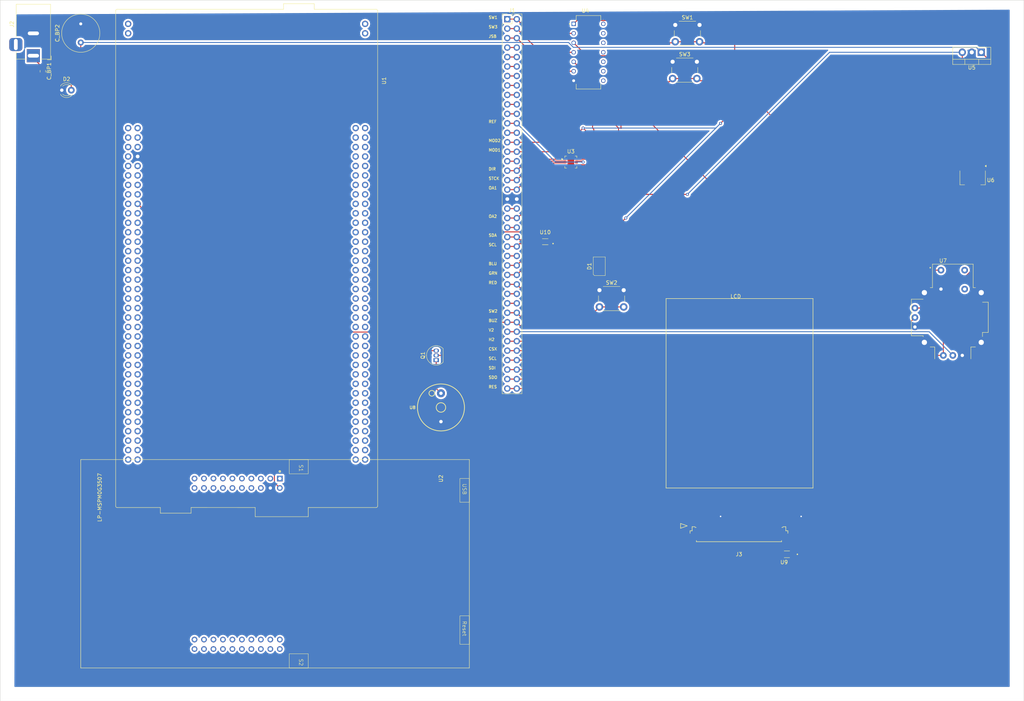
<source format=kicad_pcb>
(kicad_pcb (version 20241229) (generator "pcbnew") (generator_version "9.0")
  (title_block (title "Pedagogical PCB") (date "2025-09-22"))
  (layers (0 "F.Cu" signal) (2 "B.Cu" signal) (13 "F.Paste" user) (15 "B.Paste" user) (5 "F.SilkS" user "F.Silkscreen") (7 "B.SilkS" user "B.Silkscreen") (1 "F.Mask" user) (3 "B.Mask" user) (25 "Edge.Cuts" user))
  (net 0 "")
  (net 8 "Net-(J1-Pin_29)")
  (net 118 "Net-(J1-Pin_11)")
  (net 119 "Net-(J1-Pin_31)")
  (net 120 "Net-(J1-Pin_17)")
  (net 121 "Net-(J1-Pin_33)")
  (net 122 "Net-(U4-2A)")
  (net 123 "Net-(J1-Pin_19)")
  (net 124 "Net-(J1-Pin_13)")
  (net 125 "Net-(J1-Pin_35)")
  (net 126 "Net-(J1-Pin_37)")
  (net 127 "Net-(J1-Pin_21)")
  (net 128 "Net-(J1-Pin_23)")
  (net 129 "Net-(J1-Pin_25)")
  (net 130 "Net-(J1-Pin_5)")
  (net 131 "Net-(J1-Pin_10)")
  (net 132 "Net-(J1-Pin_15)")
  (net 133 "Net-(J1-Pin_7)")
  (net 135 "Net-(U3-SENSEA)")
  (net 136 "Net-(U3-SENSEB)")
  (net 137 "Net-(U4-3A)")
  (net 138 "Net-(U3-TOFF)")
  (net 139 "Net-(D2-A)")
  (net 140 "Net-(U3-STBY{slash}RESET)")
  (net 141 "/Button No Debouning")
  (net 142 "/Button1 Input")
  (net 143 "+5V")
  (net 144 "/Button2 Input")
  (net 145 "Net-(U3-EN{slash}FLT)")
  (net 146 "Net-(U7-SEL+)")
  (net 147 "Net-(J1-Pin_27)")
  (net 149 "Net-(J1-Pin_45)")
  (net 150 "Net-(J1-Pin_59)")
  (net 151 "Net-(J1-Pin_69)")
  (net 152 "Net-(J1-Pin_71)")
  (net 153 "Net-(J1-Pin_57)")
  (net 154 "Net-(J1-Pin_53)")
  (net 155 "Net-(J1-Pin_51)")
  (net 156 "Net-(J1-Pin_49)")
  (net 157 "Net-(J1-Pin_67)")
  (net 158 "Net-(J1-Pin_77)")
  (net 159 "Net-(J1-Pin_79)")
  (net 160 "Net-(J1-Pin_73)")
  (net 161 "Net-(J1-Pin_75)")
  (net 162 "Net-(J1-Pin_65)")
  (net 163 "Net-(J1-Pin_47)")
  (net 164 "Net-(J1-Pin_41)")
  (net 165 "Net-(J1-Pin_43)")
  (net 166 "Net-(J1-Pin_55)")
  (net 167 "+12V")
  (net 168 "GNDREF")
  (net 169 "Net-(J1-Pin_1)")
  (net 170 "Net-(J1-Pin_3)")
  (net 171 "VDD")
  (net 172 "Net-(D1-GK)")
  (net 173 "Net-(D1-RK)")
  (net 174 "Net-(D1-BK)")
  (net 175 "Net-(C_EN1-Pad1)")
  (net 180 "Net-(U4-1A)")
  (net 196 "Net-(U9-OUT)")
  (net 197 "BuzzerGPIO")
  (net 198 "Net-(Q1-S)")
  (net 199 "Net-(Q1-G)")
  (footprint "WST-1205S.step:WST-1205S" (layer "F.Cu") (at 129.54 120.64 90)
    (property "Reference" "U8")
    (property "Value" "WST-1205S")
  )
  (footprint "Resistor_SMD:R_0201_0603Metric" (layer "F.Cu") (at 172.375 50.8)
    (property "Reference" "R_COFF1" (hide yes))
    (property "Value" "1kOhm" (hide yes))
  )
  (footprint "Capacitor_SMD:C_0201_0603Metric" (layer "F.Cu") (at 186.334436 28.23)
    (property "Reference" "CSW3" (hide yes))
    (property "Value" "0.47uF" (hide yes))
  )
  (footprint "Capacitor_SMD:C_0201_0603Metric" (layer "F.Cu") (at 170.18 40.985 90)
    (property "Reference" "C_EN2" (hide yes))
    (property "Value" "7.937nF" (hide yes))
  )
  (footprint "Capacitor_SMD:C_0201_0603Metric" (layer "F.Cu") (at 162.88 40.64)
    (property "Reference" "C_STBY1" (hide yes))
    (property "Value" "0.7937nF" (hide yes))
  )
  (footprint "Capacitor_SMD:C_0201_0603Metric" (layer "F.Cu") (at 165.1 58.42)
    (property "Reference" "C_SPOIL1" (hide yes))
    (property "Value" "6.875 uF" (hide yes))
  )
  (footprint "Resistor_SMD:R_0201_0603Metric" (layer "F.Cu") (at 139.355 107.95)
    (property "Reference" "R_BUZ2" (hide yes))
    (property "Value" "100kR")
  )
  (footprint "ECE319K:ti_LP_MSPM0G3507" (layer "F.Cu") (at 83.82 162.56 -90)
    (property "Reference" "U2")
    (property "Value" "LP-MSPM0G3507")
  )
  (footprint "Resistor_SMD:R_0201_0603Metric" (layer "F.Cu") (at 177.8 40.64)
    (property "Reference" "RJS1" (hide yes))
    (property "Value" "10 kOhm" (hide yes))
  )
  (footprint "Resistor_SMD:R_0201_0603Metric" (layer "F.Cu") (at 162.56 96.52 -90)
    (property "Reference" "PullUpResistor2" (hide yes))
    (property "Value" "10 kOhm" (hide yes))
  )
  (footprint "Resistor_SMD:R_0201_0603Metric" (layer "F.Cu") (at 170.18 55.88 -90)
    (property "Reference" "R_SNSB1" (hide yes))
    (property "Value" "330 mOhm" (hide yes))
  )
  (footprint "Resistor_SMD:R_0201_0603Metric" (layer "F.Cu") (at 165.1 78.74)
    (property "Reference" "R_COFF4" (hide yes))
    (property "Value" "100Ohm")
  )
  (footprint "Resistor_SMD:R_0201_0603Metric" (layer "F.Cu") (at 187.615 22.86)
    (property "Reference" "RSW1" (hide yes))
    (property "Value" "10kOhm")
  )
  (footprint "Resistor_SMD:R_0201_0603Metric" (layer "F.Cu") (at 30.48 27.94 -90)
    (property "Reference" "R_INDC1" (hide yes))
    (property "Value" "5.5k ohm")
  )
  (footprint "Package_TO_SOT_THT:TO-92_Inline" (layer "F.Cu") (at 128.27 107.95 90)
    (property "Reference" "Q1")
    (property "Value" "2N7000")
  )
  (footprint "BH1750FVI-TR:XDCR_BH1750FVI-TR" (layer "F.Cu") (at 157.48 76.2 180)
    (property "Reference" "U10")
    (property "Value" "BH1750FVI-TR")
  )
  (footprint "Joystick:XDCR_COM-09032" (layer "F.Cu") (at 266.7 96.52)
    (property "Reference" "U7")
    (property "Value" "COM-09032")
  )
  (footprint "Resistor_SMD:R_0201_0603Metric" (layer "F.Cu") (at 175.26 53.34)
    (property "Reference" "R_OFF1" (hide yes))
    (property "Value" "47kOhm" (hide yes))
  )
  (footprint "Connector_PinHeader_2.54mm:PinHeader_2x40_P2.54mm_Vertical" (layer "F.Cu") (at 147.32 16.51)
    (property "Reference" "J1")
    (property "Value" "Conn_02x40_Counter_Clockwise")
  )
  (footprint "CorrectlLCDconnector:CON_512964594_MOL" (layer "F.Cu") (at 209.4 154.48)
    (property "Reference" "J3")
    (property "Value" "512964594")
  )
  (footprint "Capacitor_SMD:C_0805_2012Metric" (layer "F.Cu") (at 22.86 30.48 -90)
    (property "Reference" "C_BP1")
    (property "Value" "0.1 uf")
  )
  (footprint "Capacitor_THT:C_Radial_D10.0mm_H20.0mm_P5.00mm" (layer "F.Cu") (at 33.02 22.78 90)
    (property "Reference" "C_BP2")
    (property "Value" "47 uf")
  )
  (footprint "Button_Switch_THT:SW_PUSH_6mm_H7.3mm" (layer "F.Cu") (at 191.62 27.94)
    (property "Reference" "SW3")
    (property "Value" "SW_Push")
  )
  (footprint "Capacitor_SMD:C_0201_0603Metric" (layer "F.Cu") (at 164.755 60.96)
    (property "Reference" "C_s1" (hide yes))
    (property "Value" "0.6875 uF" (hide yes))
  )
  (footprint "LED_THT:LED_D3.0mm_FlatTop" (layer "F.Cu") (at 27.94 35.56)
    (property "Reference" "D2")
    (property "Value" "LED")
  )
  (footprint "Package_DFN_QFN:VQFN-16-1EP_3x3mm_P0.5mm_EP1.8x1.8mm" (layer "F.Cu") (at 164.35 54.8275)
    (property "Reference" "U3")
    (property "Value" "STSPIN220" (hide yes))
  )
  (footprint "LED_SMD:LED_Avago_PLCC4_3.2x2.8mm_CW" (layer "F.Cu") (at 171.97 82.78 90)
    (property "Reference" "D1")
    (property "Value" "ASMB-MTB1-0A3A2")
  )
  (footprint "Resistor_SMD:R_0201_0603Metric" (layer "F.Cu") (at 165.055 88.9)
    (property "Reference" "R_COFF2" (hide yes))
    (property "Value" "100Ohm")
  )
  (footprint "Button_Switch_THT:SW_PUSH_6mm_H7.3mm" (layer "F.Cu") (at 192.33 18.07)
    (property "Reference" "SW1")
    (property "Value" "SW_Push")
  )
  (footprint "Resistor_SMD:R_0201_0603Metric" (layer "F.Cu") (at 165.1 83.82)
    (property "Reference" "R_COFF3" (hide yes))
    (property "Value" "100Ohm")
  )
  (footprint "Capacitor_SMD:C_0201_0603Metric" (layer "F.Cu") (at 177.455 45.72 180)
    (property "Reference" "CJS1" (hide yes))
    (property "Value" "0.47 uF" (hide yes))
  )
  (footprint "Resistor_SMD:R_0201_0603Metric" (layer "F.Cu") (at 207.935 22.86)
    (property "Reference" "PullUpResistorSW1" (hide yes))
    (property "Value" "10kOhm" (hide yes))
  )
  (footprint "Capacitor_SMD:C_0201_0603Metric" (layer "F.Cu") (at 175.26 50.8)
    (property "Reference" "C_EN1" (hide yes))
    (property "Value" "22 nF" (hide yes))
  )
  (footprint "Resistor_SMD:R_0201_0603Metric" (layer "F.Cu") (at 157.48 58.42 -90)
    (property "Reference" "R_SNSA1" (hide yes))
    (property "Value" "330 mOhm" (hide yes))
  )
  (footprint "Package_TO_SOT_THT:TO-220-3_Vertical" (layer "F.Cu") (at 274.32 25.4 180)
    (property "Reference" "U5")
    (property "Value" "LM7805_TO220")
  )
  (footprint "Schmitt:DIP794W45P254L1969H508Q14" (layer "F.Cu") (at 169.07 25.4)
    (property "Reference" "U4")
    (property "Value" "SN74AHC14N")
  )
  (footprint "Module:ST_Morpho_Connector_144_STLink" (layer "F.Cu") (at 45.72 45.72)
    (property "Reference" "U1")
    (property "Value" "NUCLEO64-F411RE")
  )
  (footprint "Resistor_SMD:R_0201_0603Metric" (layer "F.Cu") (at 185.1 43.18)
    (property "Reference" "PullUpResistorJS1" (hide yes))
    (property "Value" "10 kOhm" (hide yes))
  )
  (footprint "Button_Switch_THT:SW_PUSH_6mm_H7.3mm" (layer "F.Cu") (at 172.01 89.19)
    (property "Reference" "SW2")
    (property "Value" "SW_Push")
  )
  (footprint "Resistor_SMD:R_0201_0603Metric" (layer "F.Cu") (at 208.28 33.02)
    (property "Reference" "PullUpResistorSW3" (hide yes))
    (property "Value" "10kOhm")
  )
  (footprint "Capacitor_SMD:C_0201_0603Metric" (layer "F.Cu") (at 187.96 17.78 180)
    (property "Reference" "CSW1" (hide yes))
    (property "Value" "0.47uF")
  )
  (footprint "Resistor_SMD:R_0201_0603Metric" (layer "F.Cu") (at 139.7 97.79 180)
    (property "Reference" "R_BUZ1" (hide yes))
    (property "Value" "100R")
  )
  (footprint "Connector_BarrelJack:BarrelJack_Horizontal" (layer "F.Cu") (at 20.32 26.32 -90)
    (property "Reference" "J2")
    (property "Value" "Barrel_Jack")
  )
  (footprint "Package_TO_SOT_SMD:SOT-223-3_TabPin2" (layer "F.Cu") (at 272.02 59.03 -90)
    (property "Reference" "U6")
    (property "Value" "TLV1117-33")
  )
  (footprint "Resistor_SMD:R_0201_0603Metric" (layer "F.Cu") (at 165.1 48.26 -90)
    (property "Reference" "R_STBY1" (hide yes))
    (property "Value" "18kOhm" (hide yes))
  )
  (footprint "Resistor_SMD:R_0201_0603Metric" (layer "F.Cu") (at 186.289436 33.31)
    (property "Reference" "RSW3" (hide yes))
    (property "Value" "10 kOhm" (hide yes))
  )
  (footprint "AL5809-20.step:SODFL3717X100N" (layer "F.Cu") (at 222.25 160.02 180)
    (property "Reference" "U9")
    (property "Value" "AL5809-20QP1-7")
  )
  (footprint "Resistor_SMD:R_0201_0603Metric" (layer "F.Cu") (at 170.18 48.26)
    (property "Reference" "R_EN1" (hide yes))
    (property "Value" "18kOhm" (hide yes))
  )
  (gr_line (start 189.865 142.24) (end 229.235 142.24) (stroke (width 0.15)) (layer "F.SilkS"))
  (gr_line (start 189.865 142.24) (end 189.865 91.44) (stroke (width 0.15)) (layer "F.SilkS"))
  (gr_line (start 189.865 91.44) (end 229.235 91.44) (stroke (width 0.15)) (layer "F.SilkS"))
  (gr_line (start 229.235 142.24) (end 229.235 91.44) (stroke (width 0.15)) (layer "F.SilkS"))
  (gr_rect (start 11.43 11.43) (end 285.75 199.39) (stroke (width 0.1)) (fill no) (layer "Edge.Cuts"))
  (gr_text "RED" (at 142.24 87.63 0) (layer "F.SilkS") (effects (font (size 0.762 0.762) (thickness 0.1524) (bold yes)) (justify left bottom)))
  (gr_text "V2" (at 142.24 100.33 0) (layer "F.SilkS") (effects (font (size 0.762 0.762) (thickness 0.1524) (bold yes)) (justify left bottom)))
  (gr_text "SW3" (at 142.24 19.05 0) (layer "F.SilkS") (effects (font (size 0.762 0.762) (thickness 0.1524) (bold yes)) (justify left bottom)))
  (gr_text "JSB" (at 142.24 21.59 0) (layer "F.SilkS") (effects (font (size 0.762 0.762) (thickness 0.1524) (bold yes)) (justify left bottom)))
  (gr_text "DIR" (at 142.24 57.15 0) (layer "F.SilkS") (effects (font (size 0.762 0.762) (thickness 0.1524) (bold yes)) (justify left bottom)))
  (gr_text "OA1" (at 142.24 62.23 0) (layer "F.SilkS") (effects (font (size 0.762 0.762) (thickness 0.1524) (bold yes)) (justify left bottom)))
  (gr_text "SDO" (at 142.24 113.03 0) (layer "F.SilkS") (effects (font (size 0.762 0.762) (thickness 0.1524) (bold yes)) (justify left bottom)))
  (gr_text "SDA" (at 142.24 74.93 0) (layer "F.SilkS") (effects (font (size 0.762 0.762) (thickness 0.1524) (bold yes)) (justify left bottom)))
  (gr_text "SCL" (at 142.24 107.95 0) (layer "F.SilkS") (effects (font (size 0.762 0.762) (thickness 0.1524) (bold yes)) (justify left bottom)))
  (gr_text "REF" (at 142.24 44.45 0) (layer "F.SilkS") (effects (font (size 0.762 0.762) (thickness 0.1524) (bold yes)) (justify left bottom)))
  (gr_text "CSX" (at 142.24 105.41 0) (layer "F.SilkS") (effects (font (size 0.762 0.762) (thickness 0.1524) (bold yes)) (justify left bottom)))
  (gr_text "SDI" (at 142.24 110.49 0) (layer "F.SilkS") (effects (font (size 0.762 0.762) (thickness 0.1524) (bold yes)) (justify left bottom)))
  (gr_text "H2" (at 142.24 102.87 0) (layer "F.SilkS") (effects (font (size 0.762 0.762) (thickness 0.1524) (bold yes)) (justify left bottom)))
  (gr_text "GRN" (at 142.24 85.09 0) (layer "F.SilkS") (effects (font (size 0.762 0.762) (thickness 0.1524) (bold yes)) (justify left bottom)))
  (gr_text "MOD1" (at 142.24 52.07 0) (layer "F.SilkS") (effects (font (size 0.762 0.762) (thickness 0.1524) (bold yes)) (justify left bottom)))
  (gr_text "SCL" (at 142.24 77.47 0) (layer "F.SilkS") (effects (font (size 0.762 0.762) (thickness 0.1524) (bold yes)) (justify left bottom)))
  (gr_text "BUZ" (at 142.24 97.79 0) (layer "F.SilkS") (effects (font (size 0.762 0.762) (thickness 0.1524) (bold yes)) (justify left bottom)))
  (gr_text "SW1" (at 142.24 16.51 0) (layer "F.SilkS") (effects (font (size 0.762 0.762) (thickness 0.1524) (bold yes)) (justify left bottom)))
  (gr_text "LCD" (at 207.01 91.44 0) (layer "F.SilkS") (effects (font (size 1 1)) (justify left bottom)))
  (gr_text "SW2" (at 142.24 95.25 0) (layer "F.SilkS") (effects (font (size 0.762 0.762) (thickness 0.1524) (bold yes)) (justify left bottom)))
  (gr_text "MOD2" (at 142.24 49.53 0) (layer "F.SilkS") (effects (font (size 0.762 0.762) (thickness 0.1524) (bold yes)) (justify left bottom)))
  (gr_text "STCK" (at 142.24 59.69 0) (layer "F.SilkS") (effects (font (size 0.762 0.762) (thickness 0.1524) (bold yes)) (justify left bottom)))
  (gr_text "RES" (at 142.24 115.57 0) (layer "F.SilkS") (effects (font (size 0.762 0.762) (thickness 0.1524) (bold yes)) (justify left bottom)))
  (gr_text "BLU" (at 142.24 82.55 0) (layer "F.SilkS") (effects (font (size 0.762 0.762) (thickness 0.1524) (bold yes)) (justify left bottom)))
  (gr_text "OA2" (at 142.24 69.85 0) (layer "F.SilkS") (effects (font (size 0.762 0.762) (thickness 0.1524) (bold yes)) (justify left bottom)))
  (segment (start 162.33 52.07) (end 149.86 52.07) (width 0.25) (layer "F.Cu") (net 8))
  (segment (start 147.32 52.07) (end 149.86 52.07) (width 0.25) (layer "F.Cu") (net 8))
  (segment (start 163.6 53.34) (end 162.33 52.07) (width 0.25) (layer "F.Cu") (net 8))
  (segment (start 147.32 29.21) (end 149.86 29.21) (width 0.25) (layer "F.Cu") (net 118))
  (segment (start 147.32 54.61) (end 149.86 54.61) (width 0.25) (layer "F.Cu") (net 119))
  (segment (start 147.32 36.83) (end 149.86 36.83) (width 0.25) (layer "F.Cu") (net 120))
  (segment (start 152.9325 54.0775) (end 149.86 57.15) (width 0.25) (layer "F.Cu") (net 121))
  (segment (start 162.8625 54.0775) (end 152.9325 54.0775) (width 0.25) (layer "F.Cu") (net 121))
  (segment (start 147.32 57.15) (end 149.86 57.15) (width 0.25) (layer "F.Cu") (net 121))
  (segment (start 185.969436 33.31) (end 185.969436 28.275) (width 0.25) (layer "F.Cu") (net 122))
  (segment (start 186.014436 28.23) (end 184.095436 26.311) (width 0.25) (layer "F.Cu") (net 122))
  (segment (start 185.969436 28.275) (end 186.014436 28.23) (width 0.25) (layer "F.Cu") (net 122))
  (segment (start 168.551 26.311) (end 165.1 22.86) (width 0.25) (layer "F.Cu") (net 122))
  (segment (start 184.095436 26.311) (end 168.551 26.311) (width 0.25) (layer "F.Cu") (net 122))
  (segment (start 147.32 39.37) (end 149.86 39.37) (width 0.25) (layer "F.Cu") (net 123))
  (segment (start 147.32 31.75) (end 149.86 31.75) (width 0.25) (layer "F.Cu") (net 124))
  (segment (start 162.8625 54.5775) (end 154.9725 54.5775) (width 0.25) (layer "F.Cu") (net 125))
  (segment (start 147.32 59.69) (end 149.86 59.69) (width 0.25) (layer "F.Cu") (net 125))
  (segment (start 154.9725 54.5775) (end 149.86 59.69) (width 0.25) (layer "F.Cu") (net 125))
  (segment (start 147.32 62.23) (end 149.86 62.23) (width 0.25) (layer "F.Cu") (net 126))
  (segment (start 157.0125 55.0775) (end 149.86 62.23) (width 0.25) (layer "F.Cu") (net 126))
  (segment (start 162.8625 55.0775) (end 157.0125 55.0775) (width 0.25) (layer "F.Cu") (net 126))
  (segment (start 147.32 41.91) (end 149.86 41.91) (width 0.25) (layer "F.Cu") (net 127))
  (segment (start 147.32 44.45) (end 149.86 44.45) (width 0.25) (layer "F.Cu") (net 128))
  (segment (start 167.3825 54.5775) (end 167.64 54.835) (width 0.25) (layer "F.Cu") (net 128))
  (segment (start 165.8375 54.5775) (end 167.3825 54.5775) (width 0.25) (layer "F.Cu") (net 128))
  (via (at 167.64 54.835) (size 0.8) (drill 0.4) (layers "F.Cu" "B.Cu") (net 128))
  (segment (start 160.245 54.835) (end 149.86 44.45) (width 0.25) (layer "B.Cu") (net 128))
  (segment (start 167.64 54.835) (end 160.245 54.835) (width 0.25) (layer "B.Cu") (net 128))
  (segment (start 147.32 46.99) (end 149.86 46.99) (width 0.25) (layer "F.Cu") (net 129))
  (segment (start 147.32 21.59) (end 149.86 21.59) (width 0.25) (layer "F.Cu") (net 130))
  (segment (start 165.1 30.48) (end 158.75 30.48) (width 0.25) (layer "F.Cu") (net 130))
  (segment (start 158.75 30.48) (end 149.86 21.59) (width 0.25) (layer "F.Cu") (net 130))
  (segment (start 147.32 26.67) (end 149.86 26.67) (width 0.25) (layer "F.Cu") (net 131))
  (segment (start 147.32 34.29) (end 149.86 34.29) (width 0.25) (layer "F.Cu") (net 132))
  (segment (start 147.32 24.13) (end 149.86 24.13) (width 0.25) (layer "F.Cu") (net 133))
  (segment (start 160.0025 55.5775) (end 157.48 58.1) (width 0.25) (layer "F.Cu") (net 135))
  (segment (start 162.8625 55.5775) (end 160.0025 55.5775) (width 0.25) (layer "F.Cu") (net 135))
  (segment (start 170.18 55.56) (end 165.855 55.56) (width 0.25) (layer "F.Cu") (net 136))
  (segment (start 165.855 55.56) (end 165.8375 55.5775) (width 0.25) (layer "F.Cu") (net 136))
  (segment (start 177.48 40.32) (end 165.1 27.94) (width 0.25) (layer "F.Cu") (net 137))
  (segment (start 177.48 40.835226) (end 177.48 40.64) (width 0.25) (layer "F.Cu") (net 137))
  (segment (start 177.775 45.72) (end 177.775 41.130226) (width 0.25) (layer "F.Cu") (net 137))
  (segment (start 177.775 41.130226) (end 177.48 40.835226) (width 0.25) (layer "F.Cu") (net 137))
  (segment (start 177.48 40.64) (end 177.48 40.32) (width 0.25) (layer "F.Cu") (net 137))
  (segment (start 168.7775 54.0775) (end 172.055 50.8) (width 0.25) (layer "F.Cu") (net 138))
  (segment (start 174.94 53.34) (end 174.399774 53.34) (width 0.25) (layer "F.Cu") (net 138))
  (segment (start 172.055 50.995226) (end 172.055 50.8) (width 0.25) (layer "F.Cu") (net 138))
  (segment (start 174.399774 53.34) (end 172.055 50.995226) (width 0.25) (layer "F.Cu") (net 138))
  (segment (start 165.8375 54.0775) (end 168.7775 54.0775) (width 0.25) (layer "F.Cu") (net 138))
  (segment (start 30.48 28.26) (end 30.48 35.56) (width 0.25) (layer "F.Cu") (net 139))
  (segment (start 162.56 46.235226) (end 164.904774 48.58) (width 0.25) (layer "F.Cu") (net 140))
  (segment (start 165.1 48.58) (end 164.6 49.08) (width 0.25) (layer "F.Cu") (net 140))
  (segment (start 164.904774 48.58) (end 165.1 48.58) (width 0.25) (layer "F.Cu") (net 140))
  (segment (start 162.56 40.64) (end 162.56 46.235226) (width 0.25) (layer "F.Cu") (net 140))
  (segment (start 164.6 49.08) (end 164.6 53.34) (width 0.25) (layer "F.Cu") (net 140))
  (segment (start 147.32 95.25) (end 149.86 95.25) (width 0.25) (layer "F.Cu") (net 141))
  (segment (start 169.5 96.2) (end 172.01 93.69) (width 0.25) (layer "F.Cu") (net 141))
  (segment (start 147.32 92.71) (end 149.86 92.71) (width 0.25) (layer "F.Cu") (net 141))
  (segment (start 150.81 96.2) (end 162.56 96.2) (width 0.25) (layer "F.Cu") (net 141))
  (segment (start 172.01 93.69) (end 178.51 93.69) (width 0.25) (layer "F.Cu") (net 141))
  (segment (start 162.56 96.2) (end 169.5 96.2) (width 0.25) (layer "F.Cu") (net 141))
  (segment (start 149.86 95.25) (end 150.81 96.2) (width 0.25) (layer "F.Cu") (net 141))
  (segment (start 199.12 22.86) (end 198.83 22.57) (width 0.25) (layer "F.Cu") (net 142))
  (segment (start 207.615 22.86) (end 199.12 22.86) (width 0.25) (layer "F.Cu") (net 142))
  (segment (start 187.935 22.86) (end 192.04 22.86) (width 0.25) (layer "F.Cu") (net 142))
  (segment (start 192.04 22.86) (end 192.33 22.57) (width 0.25) (layer "F.Cu") (net 142))
  (segment (start 192.33 22.57) (end 198.83 22.57) (width 0.25) (layer "F.Cu") (net 142))
  (segment (start 88.622 100.424) (end 84.906 104.14) (width 0.25) (layer "F.Cu") (net 143))
  (segment (start 164.78 58.42) (end 164.1 57.74) (width 0.25) (layer "F.Cu") (net 143))
  (segment (start 152.028999 73.566) (end 146.537116 73.566) (width 0.25) (layer "F.Cu") (net 143))
  (segment (start 84.906 102.686) (end 48.26 66.04) (width 0.25) (layer "F.Cu") (net 143))
  (segment (start 128.27 105.41) (end 124.665116 105.41) (width 0.25) (layer "F.Cu") (net 143))
  (segment (start 84.906 104.14) (end 84.906 102.686) (width 0.25) (layer "F.Cu") (net 143))
  (segment (start 269.24 25.4) (end 269.24 55.4) (width 0.25) (layer "F.Cu") (net 143))
  (segment (start 164.435 61.159999) (end 152.028999 73.566) (width 0.25) (layer "F.Cu") (net 143))
  (segment (start 164.78 58.42) (end 164.435 58.765) (width 0.25) (layer "F.Cu") (net 143))
  (segment (start 195.58 63.5) (end 166.775001 63.5) (width 0.25) (layer "F.Cu") (net 143))
  (segment (start 146.537116 73.566) (end 119.679116 100.424) (width 0.25) (layer "F.Cu") (net 143))
  (segment (start 164.435 58.765) (end 164.435 60.96) (width 0.25) (layer "F.Cu") (net 143))
  (segment (start 124.665116 105.41) (end 119.679116 100.424) (width 0.25) (layer "F.Cu") (net 143))
  (segment (start 86.36 142.24) (end 84.906 140.786) (width 0.25) (layer "F.Cu") (net 143))
  (segment (start 84.906 140.786) (end 84.906 104.14) (width 0.25) (layer "F.Cu") (net 143))
  (segment (start 119.679116 100.424) (end 88.622 100.424) (width 0.25) (layer "F.Cu") (net 143))
  (segment (start 164.1 57.74) (end 164.1 56.315) (width 0.25) (layer "F.Cu") (net 143))
  (segment (start 164.435 61.159999) (end 164.435 60.96) (width 0.25) (layer "F.Cu") (net 143))
  (segment (start 166.775001 63.5) (end 164.435 61.159999) (width 0.25) (layer "F.Cu") (net 143))
  (segment (start 269.24 55.4) (end 269.72 55.88) (width 0.25) (layer "F.Cu") (net 143))
  (via (at 195.58 63.5) (size 0.8) (drill 0.4) (layers "F.Cu" "B.Cu") (net 143))
  (segment (start 269.24 25.4) (end 233.68 25.4) (width 0.25) (layer "B.Cu") (net 143))
  (segment (start 233.68 25.4) (end 195.58 63.5) (width 0.25) (layer "B.Cu") (net 143))
  (segment (start 191.62 32.44) (end 198.12 32.44) (width 0.25) (layer "F.Cu") (net 144))
  (segment (start 190.75 33.31) (end 191.62 32.44) (width 0.25) (layer "F.Cu") (net 144))
  (segment (start 207.96 33.02) (end 198.7 33.02) (width 0.25) (layer "F.Cu") (net 144))
  (segment (start 198.7 33.02) (end 198.12 32.44) (width 0.25) (layer "F.Cu") (net 144))
  (segment (start 186.609436 33.31) (end 190.75 33.31) (width 0.25) (layer "F.Cu") (net 144))
  (segment (start 170.5 46.04) (end 170.18 45.72) (width 0.25) (layer "F.Cu") (net 145))
  (segment (start 170.5 48.455226) (end 170.5 48.26) (width 0.25) (layer "F.Cu") (net 145))
  (segment (start 165.615226 53.34) (end 170.5 48.455226) (width 0.25) (layer "F.Cu") (net 145))
  (segment (start 170.5 48.26) (end 170.5 46.04) (width 0.25) (layer "F.Cu") (net 145))
  (segment (start 165.1 53.34) (end 165.615226 53.34) (width 0.25) (layer "F.Cu") (net 145))
  (segment (start 170.18 45.72) (end 170.18 41.305) (width 0.25) (layer "F.Cu") (net 145))
  (segment (start 263.525 83.82) (end 225.220001 83.82) (width 0.25) (layer "F.Cu") (net 146))
  (segment (start 184.78 43.18) (end 182.24 40.64) (width 0.25) (layer "F.Cu") (net 146))
  (segment (start 184.78 43.379999) (end 184.78 43.18) (width 0.25) (layer "F.Cu") (net 146))
  (segment (start 225.220001 83.82) (end 184.78 43.379999) (width 0.25) (layer "F.Cu") (net 146))
  (segment (start 182.24 40.64) (end 178.12 40.64) (width 0.25) (layer "F.Cu") (net 146))
  (segment (start 164.1 53.34) (end 164.1 52.901346) (width 0.25) (layer "F.Cu") (net 147))
  (segment (start 160.728654 49.53) (end 149.86 49.53) (width 0.25) (layer "F.Cu") (net 147))
  (segment (start 164.1 52.901346) (end 160.728654 49.53) (width 0.25) (layer "F.Cu") (net 147))
  (segment (start 147.32 49.53) (end 149.86 49.53) (width 0.25) (layer "F.Cu") (net 147))
  (segment (start 147.32 72.39) (end 149.86 72.39) (width 0.25) (layer "F.Cu") (net 149))
  (segment (start 147.32 90.17) (end 149.86 90.17) (width 0.25) (layer "F.Cu") (net 150))
  (segment (start 214.9 152.4) (end 214.9 141.24) (width 0.25) (layer "F.Cu") (net 151))
  (segment (start 176.53 102.87) (end 149.86 102.87) (width 0.25) (layer "F.Cu") (net 151))
  (segment (start 147.32 102.87) (end 149.86 102.87) (width 0.25) (layer "F.Cu") (net 151))
  (segment (start 214.9 141.24) (end 176.53 102.87) (width 0.25) (layer "F.Cu") (net 151))
  (segment (start 147.32 105.41) (end 149.86 105.41) (width 0.25) (layer "F.Cu") (net 152))
  (segment (start 214.4 144.55) (end 175.26 105.41) (width 0.25) (layer "F.Cu") (net 152))
  (segment (start 214.4 152.4) (end 214.4 144.55) (width 0.25) (layer "F.Cu") (net 152))
  (segment (start 175.26 105.41) (end 149.86 105.41) (width 0.25) (layer "F.Cu") (net 152))
  (segment (start 147.32 87.63) (end 149.86 87.63) (width 0.25) (layer "F.Cu") (net 153))
  (segment (start 164.735 88.9) (end 151.13 88.9) (width 0.25) (layer "F.Cu") (net 153))
  (segment (start 151.13 88.9) (end 149.86 87.63) (width 0.25) (layer "F.Cu") (net 153))
  (segment (start 164.78 78.74) (end 153.67 78.74) (width 0.25) (layer "F.Cu") (net 154))
  (segment (start 147.32 82.55) (end 149.86 82.55) (width 0.25) (layer "F.Cu") (net 154))
  (segment (start 153.67 78.74) (end 149.86 82.55) (width 0.25) (layer "F.Cu") (net 154))
  (segment (start 147.32 80.01) (end 149.86 80.01) (width 0.25) (layer "F.Cu") (net 155))
  (segment (start 147.32 77.47) (end 149.86 77.47) (width 0.25) (layer "F.Cu") (net 156))
  (segment (start 156.105 76.7) (end 150.63 76.7) (width 0.25) (layer "F.Cu") (net 156))
  (segment (start 150.63 76.7) (end 149.86 77.47) (width 0.25) (layer "F.Cu") (net 156))
  (segment (start 147.32 100.33) (end 149.86 100.33) (width 0.25) (layer "F.Cu") (net 157))
  (segment (start 266.7 106.68) (end 260.35 100.33) (width 0.25) (layer "B.Cu") (net 157))
  (segment (start 260.35 100.33) (end 149.86 100.33) (width 0.25) (layer "B.Cu") (net 157))
  (segment (start 147.32 113.03) (end 149.86 113.03) (width 0.25) (layer "F.Cu") (net 158))
  (segment (start 173.732 113.03) (end 149.86 113.03) (width 0.25) (layer "F.Cu") (net 158))
  (segment (start 212.4 151.698) (end 173.732 113.03) (width 0.25) (layer "F.Cu") (net 158))
  (segment (start 212.4 152.4) (end 212.4 151.698) (width 0.25) (layer "F.Cu") (net 158))
  (segment (start 200.9 152.4) (end 200.9 151.698) (width 0.25) (layer "F.Cu") (net 159))
  (segment (start 147.32 115.57) (end 149.86 115.57) (width 0.25) (layer "F.Cu") (net 159))
  (segment (start 164.772 115.57) (end 149.86 115.57) (width 0.25) (layer "F.Cu") (net 159))
  (segment (start 200.9 151.698) (end 164.772 115.57) (width 0.25) (layer "F.Cu") (net 159))
  (segment (start 173.99 107.95) (end 149.86 107.95) (width 0.25) (layer "F.Cu") (net 160))
  (segment (start 147.32 107.95) (end 149.86 107.95) (width 0.25) (layer "F.Cu") (net 160))
  (segment (start 213.9 152.4) (end 213.9 147.86) (width 0.25) (layer "F.Cu") (net 160))
  (segment (start 213.9 147.86) (end 173.99 107.95) (width 0.25) (layer "F.Cu") (net 160))
  (segment (start 212.9 149.4) (end 173.99 110.49) (width 0.25) (layer "F.Cu") (net 161))
  (segment (start 212.9 152.4) (end 212.9 149.4) (width 0.25) (layer "F.Cu") (net 161))
  (segment (start 147.32 110.49) (end 149.86 110.49) (width 0.25) (layer "F.Cu") (net 161))
  (segment (start 173.99 110.49) (end 149.86 110.49) (width 0.25) (layer "F.Cu") (net 161))
  (segment (start 151.13 99.06) (end 150.178905 98.108905) (width 0.25) (layer "F.Cu") (net 162))
  (segment (start 254 99.06) (end 151.13 99.06) (width 0.25) (layer "F.Cu") (net 162))
  (segment (start 256.54 96.52) (end 254 99.06) (width 0.25) (layer "F.Cu") (net 162))
  (segment (start 147.32 74.93) (end 149.86 74.93) (width 0.25) (layer "F.Cu") (net 163))
  (segment (start 156.105 75.7) (end 150.63 75.7) (width 0.25) (layer "F.Cu") (net 163))
  (segment (start 150.63 75.7) (end 149.86 74.93) (width 0.25) (layer "F.Cu") (net 163))
  (segment (start 147.32 67.31) (end 149.86 67.31) (width 0.25) (layer "F.Cu") (net 164))
  (segment (start 147.32 69.85) (end 149.86 69.85) (width 0.25) (layer "F.Cu") (net 165))
  (segment (start 163.6 56.315) (end 150.065 69.85) (width 0.25) (layer "F.Cu") (net 165))
  (segment (start 150.065 69.85) (end 149.86 69.85) (width 0.25) (layer "F.Cu") (net 165))
  (segment (start 164.78 83.82) (end 151.13 83.82) (width 0.25) (layer "F.Cu") (net 166))
  (segment (start 147.32 85.09) (end 149.86 85.09) (width 0.25) (layer "F.Cu") (net 166))
  (segment (start 151.13 83.82) (end 149.86 85.09) (width 0.25) (layer "F.Cu") (net 166))
  (segment (start 22.86 29.53) (end 20.32 26.99) (width 0.25) (layer "F.Cu") (net 167))
  (segment (start 275.789 26.869) (end 275.789 108.086) (width 0.25) (layer "F.Cu") (net 167))
  (segment (start 20.32 26.99) (end 20.32 26.32) (width 0.25) (layer "F.Cu") (net 167))
  (segment (start 275.789 108.086) (end 223.855 160.02) (width 0.25) (layer "F.Cu") (net 167))
  (segment (start 22.86 29.53) (end 24.77 27.62) (width 0.25) (layer "F.Cu") (net 167))
  (segment (start 33.02 25.08) (end 30.48 27.62) (width 0.25) (layer "F.Cu") (net 167))
  (segment (start 274.32 25.4) (end 275.789 26.869) (width 0.25) (layer "F.Cu") (net 167))
  (segment (start 24.77 27.62) (end 30.48 27.62) (width 0.25) (layer "F.Cu") (net 167))
  (segment (start 33.02 22.78) (end 33.02 25.08) (width 0.25) (layer "F.Cu") (net 167))
  (segment (start 33.02 22.78) (end 163.731651 22.78) (width 0.25) (layer "B.Cu") (net 167))
  (segment (start 163.731651 22.78) (end 165.025651 24.074) (width 0.25) (layer "B.Cu") (net 167))
  (segment (start 165.025651 24.074) (end 272.994 24.074) (width 0.25) (layer "B.Cu") (net 167))
  (segment (start 272.994 24.074) (end 274.32 25.4) (width 0.25) (layer "B.Cu") (net 167))
  (segment (start 177.135 49.245) (end 175.58 50.8) (width 0.25) (layer "F.Cu") (net 168))
  (segment (start 174.94 56.2) (end 170.18 56.2) (width 0.25) (layer "F.Cu") (net 168))
  (segment (start 175.58 55.56) (end 174.94 56.2) (width 0.25) (layer "F.Cu") (net 168))
  (segment (start 170.155 40.64) (end 170.18 40.665) (width 0.25) (layer "F.Cu") (net 168))
  (segment (start 220.238 149.86) (end 226.06 149.86) (width 0.25) (layer "F.Cu") (net 168))
  (segment (start 215.9 154.94) (end 200.66 154.94) (width 0.25) (layer "F.Cu") (net 168))
  (segment (start 164.6 56.315) (end 164.6 55.0775) (width 0.25) (layer "F.Cu") (net 168))
  (segment (start 158.855 76.2) (end 158.855 75.7) (width 0.25) (layer "F.Cu") (net 168))
  (segment (start 271.78 53.34) (end 274.32 55.88) (width 0.25) (layer "F.Cu") (net 168))
  (segment (start 177.135 45.72) (end 172.08 40.665) (width 0.25) (layer "F.Cu") (net 168))
  (segment (start 218.376 151.674) (end 218.4 151.698) (width 0.25) (layer "F.Cu") (net 168))
  (segment (start 218.4 151.698) (end 220.238 149.86) (width 0.25) (layer "F.Cu") (net 168))
  (segment (start 172.72 88.48) (end 172.72 84.28) (width 0.25) (layer "F.Cu") (net 168))
  (segment (start 139.675 114.305) (end 139.675 107.95) (width 0.25) (layer "F.Cu") (net 168))
  (segment (start 271.78 25.4) (end 271.78 53.34) (width 0.25) (layer "F.Cu") (net 168))
  (segment (start 203.4 150.93) (end 204.47 149.86) (width 0.25) (layer "F.Cu") (net 168))
  (segment (start 163.2 40.64) (end 170.155 40.64) (width 0.25) (layer "F.Cu") (net 168))
  (segment (start 129.54 124.44) (end 139.675 114.305) (width 0.25) (layer "F.Cu") (net 168))
  (segment (start 216.9 152.4) (end 216.9 153.94) (width 0.25) (layer "F.Cu") (net 168))
  (segment (start 167.64 56.2) (end 165.42 58.42) (width 0.25) (layer "F.Cu") (net 168))
  (segment (start 173.596 83.404) (end 172.72 84.28) (width 0.25) (layer "F.Cu") (net 168))
  (segment (start 165.42 58.42) (end 165.42 57.573654) (width 0.25) (layer "F.Cu") (net 168))
  (segment (start 172.08 40.665) (end 170.18 40.665) (width 0.25) (layer "F.Cu") (net 168))
  (segment (start 216.9 152.4) (end 217.4 152.4) (width 0.25) (layer "F.Cu") (net 168))
  (segment (start 147.32 64.77) (end 149.86 64.77) (width 0.25) (layer "F.Cu") (net 168))
  (segment (start 203.4 152.4) (end 211.9 152.4) (width 0.25) (layer "F.Cu") (net 168))
  (segment (start 22.86 31.43) (end 23.81 31.43) (width 0.25) (layer "F.Cu") (net 168))
  (segment (start 203.4 152.4) (end 203.4 150.93) (width 0.25) (layer "F.Cu") (net 168))
  (segment (start 163.2 40.64) (end 163.2 34.92) (width 0.25) (layer "F.Cu") (net 168))
  (segment (start 218.4 152.4) (end 218.4 151.698) (width 0.25) (layer "F.Cu") (net 168))
  (segment (start 191.33 28.23) (end 191.62 27.94) (width 0.25) (layer "F.Cu") (net 168))
  (segment (start 177.135 45.72) (end 177.135 49.245) (width 0.25) (layer "F.Cu") (net 168))
  (segment (start 175.58 53.34) (end 175.58 55.56) (width 0.25) (layer "F.Cu") (net 168))
  (segment (start 169.092 75.7) (end 173.596 80.204) (width 0.25) (layer "F.Cu") (net 168))
  (segment (start 158.855 75.7) (end 169.092 75.7) (width 0.25) (layer "F.Cu") (net 168))
  (segment (start 164.6 56.753654) (end 164.6 56.315) (width 0.25) (layer "F.Cu") (net 168))
  (segment (start 170.18 56.2) (end 167.64 56.2) (width 0.25) (layer "F.Cu") (net 168))
  (segment (start 157.48 58.74) (end 155.89 58.74) (width 0.25) (layer "F.Cu") (net 168))
  (segment (start 186.654436 28.23) (end 191.33 28.23) (width 0.25) (layer "F.Cu") (net 168))
  (segment (start 192.04 17.78) (end 192.33 18.07) (width 0.25) (layer "F.Cu") (net 168))
  (segment (start 165.42 58.42) (end 165.42 60.615) (width 0.25) (layer "F.Cu") (net 168))
  (segment (start 23.81 31.43) (end 27.94 35.56) (width 0.25) (layer "F.Cu") (net 168))
  (segment (start 200.66 154.94) (end 198.9 153.18) (width 0.25) (layer "F.Cu") (net 168))
  (segment (start 188.28 17.78) (end 192.04 17.78) (width 0.25) (layer "F.Cu") (net 168))
  (segment (start 173.596 80.204) (end 173.596 83.404) (width 0.25) (layer "F.Cu") (net 168))
  (segment (start 175.58 53.34) (end 175.58 50.8) (width 0.25) (layer "F.Cu") (net 168))
  (segment (start 198.9 153.18) (end 198.9 152.4) (width 0.25) (layer "F.Cu") (net 168))
  (segment (start 163.2 34.92) (end 165.1 33.02) (width 0.25) (layer "F.Cu") (net 168))
  (segment (start 172.01 89.19) (end 172.72 88.48) (width 0.25) (layer "F.Cu") (net 168))
  (segment (start 164.6 55.0775) (end 164.35 54.8275) (width 0.25) (layer "F.Cu") (net 168))
  (segment (start 216.9 153.94) (end 215.9 154.94) (width 0.25) (layer "F.Cu") (net 168))
  (segment (start 217.424 151.674) (end 218.376 151.674) (width 0.25) (layer "F.Cu") (net 168))
  (segment (start 155.89 58.74) (end 149.86 64.77) (width 0.25) (layer "F.Cu") (net 168))
  (segment (start 165.42 60.615) (end 165.075 60.96) (width 0.25) (layer "F.Cu") (net 168))
  (segment (start 165.42 57.573654) (end 164.6 56.753654) (width 0.25) (layer "F.Cu") (net 168))
  (segment (start 217.4 152.4) (end 217.4 151.698) (width 0.25) (layer "F.Cu") (net 168))
  (segment (start 217.4 151.698) (end 217.424 151.674) (width 0.25) (layer "F.Cu") (net 168))
  (via (at 204.47 149.86) (size 0.8) (drill 0.4) (layers "F.Cu" "B.Cu") (net 168))
  (via (at 226.06 149.86) (size 0.8) (drill 0.4) (layers "F.Cu" "B.Cu") (net 168))
  (segment (start 165.1 20.32) (end 153.67 20.32) (width 0.25) (layer "F.Cu") (net 169))
  (segment (start 153.67 20.32) (end 149.86 16.51) (width 0.25) (layer "F.Cu") (net 169))
  (segment (start 147.32 16.51) (end 149.86 16.51) (width 0.25) (layer "F.Cu") (net 169))
  (segment (start 165.1 25.4) (end 156.21 25.4) (width 0.25) (layer "F.Cu") (net 170))
  (segment (start 156.21 25.4) (end 149.86 19.05) (width 0.25) (layer "F.Cu") (net 170))
  (segment (start 147.32 19.05) (end 149.86 19.05) (width 0.25) (layer "F.Cu") (net 170))
  (segment (start 272.02 55.88) (end 272.02 62.18) (width 0.25) (layer "F.Cu") (net 171))
  (segment (start 216.4 152.4) (end 215.9 152.4) (width 0.25) (layer "F.Cu") (net 171))
  (segment (start 180.34 95.25) (end 180.34 73.66) (width 0.25) (layer "F.Cu") (net 171))
  (segment (start 158.303 76.7) (end 158.855 76.7) (width 0.25) (layer "F.Cu") (net 171))
  (segment (start 264.16 106.68) (end 261.418 106.68) (width 0.25) (layer "F.Cu") (net 171))
  (segment (start 157.157 76.2) (end 157.48 75.877) (width 0.25) (layer "F.Cu") (net 171))
  (segment (start 177.8 71.12) (end 175.26 73.66) (width 0.25) (layer "F.Cu") (net 171))
  (segment (start 162.56 96.84) (end 178.75 96.84) (width 0.25) (layer "F.Cu") (net 171))
  (segment (start 208.6 33.97) (end 199.39 43.18) (width 0.25) (layer "F.Cu") (net 171))
  (segment (start 208.6 33.02) (end 208.6 32.7) (width 0.25) (layer "F.Cu") (net 171))
  (segment (start 199.4 152.4) (end 199.9 152.4) (width 0.25) (layer "F.Cu") (net 171))
  (segment (start 180.34 73.66) (end 177.8 71.12) (width 0.25) (layer "F.Cu") (net 171))
  (segment (start 169.86 47.94) (end 167.64 45.72) (width 0.25) (layer "F.Cu") (net 171))
  (segment (start 178.75 96.84) (end 180.34 95.25) (width 0.25) (layer "F.Cu") (net 171))
  (segment (start 208.255 32.355) (end 208.255 22.86) (width 0.25) (layer "F.Cu") (net 171))
  (segment (start 210.98 37.94) (end 204.47 44.45) (width 0.25) (layer "F.Cu") (net 171))
  (segment (start 237.76 62.18) (end 213.52 37.94) (width 0.25) (layer "F.Cu") (net 171))
  (segment (start 215.9 153.102) (end 215.9 152.4) (width 0.25) (layer "F.Cu") (net 171))
  (segment (start 200.968 153.67) (end 213.968 153.67) (width 0.25) (layer "F.Cu") (net 171))
  (segment (start 215.9 152.198) (end 215.9 152.4) (width 0.25) (layer "F.Cu") (net 171))
  (segment (start 179.07 69.85) (end 177.8 71.12) (width 0.25) (layer "F.Cu") (net 171))
  (segment (start 156.105 76.2) (end 157.157 76.2) (width 0.25) (layer "F.Cu") (net 171))
  (segment (start 165.1 47.94) (end 165.42 47.94) (width 0.25) (layer "F.Cu") (net 171))
  (segment (start 165.42 47.94) (end 167.64 45.72) (width 0.25) (layer "F.Cu") (net 171))
  (segment (start 264.16 99.06) (end 264.16 106.68) (width 0.25) (layer "F.Cu") (net 171))
  (segment (start 213.968 153.67) (end 215.332 153.67) (width 0.25) (layer "F.Cu") (net 171))
  (segment (start 157.48 75.877) (end 159.697 73.66) (width 0.25) (layer "F.Cu") (net 171))
  (segment (start 200.4 153.102) (end 200.968 153.67) (width 0.25) (layer "F.Cu") (net 171))
  (segment (start 261.62 96.52) (end 264.16 99.06) (width 0.25) (layer "F.Cu") (net 171))
  (segment (start 213.4 153.102) (end 213.968 153.67) (width 0.25) (layer "F.Cu") (net 171))
  (segment (start 215.332 153.67) (end 215.9 153.102) (width 0.25) (layer "F.Cu") (net 171))
  (segment (start 159.697 73.66) (end 175.26 73.66) (width 0.25) (layer "F.Cu") (net 171))
  (segment (start 272.02 62.18) (end 237.76 62.18) (width 0.25) (layer "F.Cu") (net 171))
  (segment (start 213.52 37.94) (end 210.98 37.94) (width 0.25) (layer "F.Cu") (net 171))
  (segment (start 199.39 43.18) (end 185.42 43.18) (width 0.25) (layer "F.Cu") (net 171))
  (segment (start 272.02 83.58) (end 261.62 93.98) (width 0.25) (layer "F.Cu") (net 171))
  (segment (start 272.02 62.18) (end 272.02 83.58) (width 0.25) (layer "F.Cu") (net 171))
  (segment (start 200.4 152.4) (end 200.4 153.102) (width 0.25) (layer "F.Cu") (net 171))
  (segment (start 169.86 48.26) (end 169.86 47.94) (width 0.25) (layer "F.Cu") (net 171))
  (segment (start 261.62 93.98) (end 256.54 93.98) (width 0.25) (layer "F.Cu") (net 171))
  (segment (start 213.4 152.4) (end 213.4 153.102) (width 0.25) (layer "F.Cu") (net 171))
  (segment (start 199.9 152.4) (end 200.4 152.4) (width 0.25) (layer "F.Cu") (net 171))
  (segment (start 261.418 106.68) (end 215.9 152.198) (width 0.25) (layer "F.Cu") (net 171))
  (segment (start 261.62 93.98) (end 261.62 96.52) (width 0.25) (layer "F.Cu") (net 171))
  (segment (start 208.6 33.02) (end 208.6 33.97) (width 0.25) (layer "F.Cu") (net 171))
  (segment (start 213.52 37.94) (end 208.6 33.02) (width 0.25) (layer "F.Cu") (net 171))
  (segment (start 208.6 32.7) (end 208.255 32.355) (width 0.25) (layer "F.Cu") (net 171))
  (segment (start 157.48 75.877) (end 158.303 76.7) (width 0.25) (layer "F.Cu") (net 171))
  (via (at 204.47 44.45) (size 0.8) (drill 0.4) (layers "F.Cu" "B.Cu") (net 171))
  (via (at 179.07 69.85) (size 0.8) (drill 0.4) (layers "F.Cu" "B.Cu") (net 171))
  (via (at 167.64 45.72) (size 0.8) (drill 0.4) (layers "F.Cu" "B.Cu") (net 171))
  (segment (start 204.47 44.45) (end 203.2 45.72) (width 0.25) (layer "B.Cu") (net 171))
  (segment (start 203.2 45.72) (end 167.64 45.72) (width 0.25) (layer "B.Cu") (net 171))
  (segment (start 203.2 45.72) (end 179.07 69.85) (width 0.25) (layer "B.Cu") (net 171))
  (segment (start 171.22 81.28) (end 167.96 81.28) (width 0.25) (layer "F.Cu") (net 172))
  (segment (start 167.96 81.28) (end 165.42 83.82) (width 0.25) (layer "F.Cu") (net 172))
  (segment (start 166.6 88.9) (end 171.22 84.28) (width 0.25) (layer "F.Cu") (net 173))
  (segment (start 165.375 88.9) (end 166.6 88.9) (width 0.25) (layer "F.Cu") (net 173))
  (segment (start 172.72 80.28) (end 171.18 78.74) (width 0.25) (layer "F.Cu") (net 174))
  (segment (start 171.18 78.74) (end 165.42 78.74) (width 0.25) (layer "F.Cu") (net 174))
  (segment (start 172.72 81.28) (end 172.72 80.28) (width 0.25) (layer "F.Cu") (net 174))
  (segment (start 172.695 50.8) (end 174.94 50.8) (width 0.25) (layer "F.Cu") (net 175))
  (segment (start 187.295 18.125) (end 187.64 17.78) (width 0.25) (layer "F.Cu") (net 180))
  (segment (start 165.1 17.78) (end 166.011 16.869) (width 0.25) (layer "F.Cu") (net 180))
  (segment (start 186.729 16.869) (end 187.64 17.78) (width 0.25) (layer "F.Cu") (net 180))
  (segment (start 166.011 16.869) (end 186.729 16.869) (width 0.25) (layer "F.Cu") (net 180))
  (segment (start 187.295 22.86) (end 187.295 18.125) (width 0.25) (layer "F.Cu") (net 180))
  (segment (start 220.645 160.02) (end 217.9 157.275) (width 0.25) (layer "F.Cu") (net 196))
  (segment (start 217.9 157.275) (end 217.9 152.4) (width 0.25) (layer "F.Cu") (net 196))
  (segment (start 147.32 97.79) (end 140.02 97.79) (width 0.25) (layer "F.Cu") (net 197))
  (segment (start 147.32 97.79) (end 149.86 97.79) (width 0.25) (layer "F.Cu") (net 197))
  (segment (start 128.27 115.57) (end 129.54 116.84) (width 0.25) (layer "F.Cu") (net 198))
  (segment (start 128.27 107.95) (end 128.27 115.57) (width 0.25) (layer "F.Cu") (net 198))
  (segment (start 137.765 106.68) (end 128.27 106.68) (width 0.25) (layer "F.Cu") (net 199))
  (segment (start 139.035 107.95) (end 137.765 106.68) (width 0.25) (layer "F.Cu") (net 199))
  (segment (start 139.38 97.79) (end 139.035 98.135) (width 0.25) (layer "F.Cu") (net 199))
  (segment (start 139.035 98.135) (end 139.035 107.95) (width 0.25) (layer "F.Cu") (net 199))
  (zone (net 168) (net_name "GNDREF") (layer "B.Cu") (name "GND") (connect_pads yes (clearance 0.5)) (min_thickness 0.25) (fill yes (thermal_gap 0.5) (thermal_bridge_width 0.5))
    (polygon (pts (xy 15.82 15.24) (xy 281.94 13.98) (xy 281.94 195.58) (xy 15.24 195.58)))
  )
)
</source>
